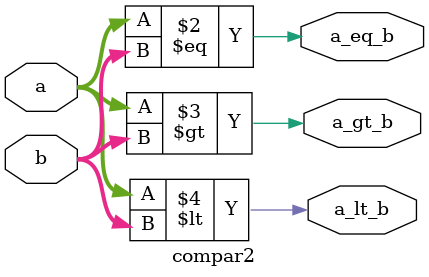
<source format=v>
`timescale 1ns / 1ps
module compar2(
		a,
		b,
		a_eq_b,
		a_gt_b,
		a_lt_b
	);

	// Port modes
	input  [1:0] a,b;
	output a_eq_b, a_gt_b, a_lt_b;
	
	// Registered identifiers
	reg a_eq_b, a_gt_b, a_lt_b;
	
	// Functionality
	always @ (a or b) begin
		a_eq_b <= (a == b);
		a_gt_b <= (a >  b);
		a_lt_b <= (a <  b);
	end
endmodule

</source>
